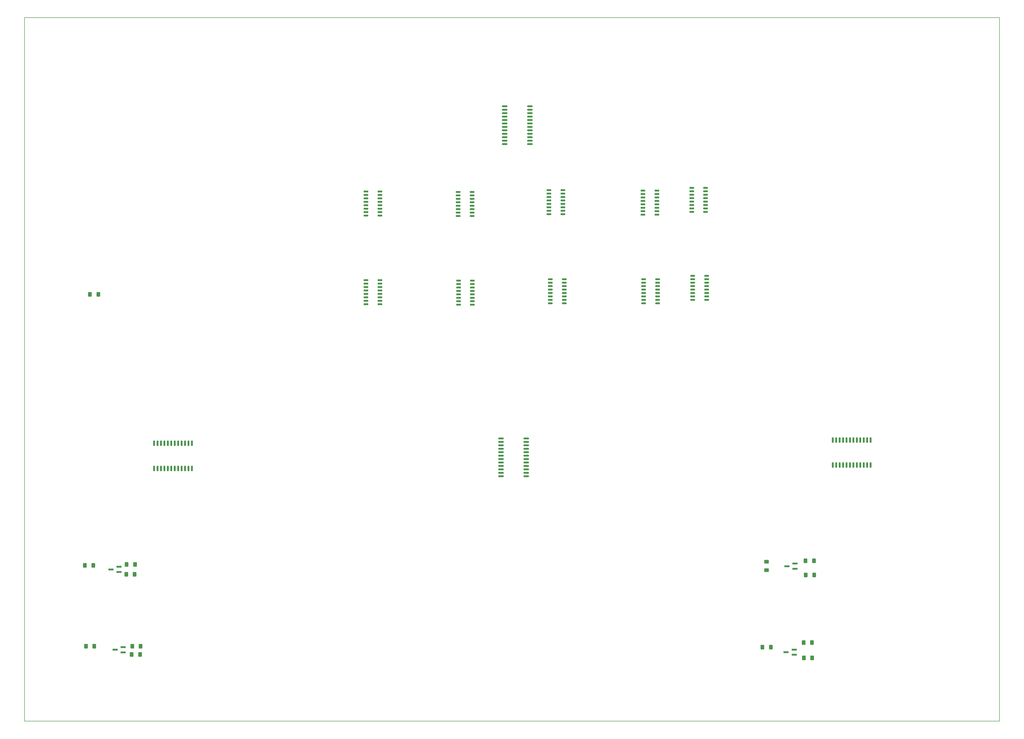
<source format=gbr>
%TF.GenerationSoftware,KiCad,Pcbnew,(5.99.0-11071-g7fde05e8ee)*%
%TF.CreationDate,2021-09-11T01:06:25+02:00*%
%TF.ProjectId,Mixduino,4d697864-7569-46e6-9f2e-6b696361645f,rev?*%
%TF.SameCoordinates,Original*%
%TF.FileFunction,Paste,Bot*%
%TF.FilePolarity,Positive*%
%FSLAX46Y46*%
G04 Gerber Fmt 4.6, Leading zero omitted, Abs format (unit mm)*
G04 Created by KiCad (PCBNEW (5.99.0-11071-g7fde05e8ee)) date 2021-09-11 01:06:25*
%MOMM*%
%LPD*%
G01*
G04 APERTURE LIST*
G04 Aperture macros list*
%AMRoundRect*
0 Rectangle with rounded corners*
0 $1 Rounding radius*
0 $2 $3 $4 $5 $6 $7 $8 $9 X,Y pos of 4 corners*
0 Add a 4 corners polygon primitive as box body*
4,1,4,$2,$3,$4,$5,$6,$7,$8,$9,$2,$3,0*
0 Add four circle primitives for the rounded corners*
1,1,$1+$1,$2,$3*
1,1,$1+$1,$4,$5*
1,1,$1+$1,$6,$7*
1,1,$1+$1,$8,$9*
0 Add four rect primitives between the rounded corners*
20,1,$1+$1,$2,$3,$4,$5,0*
20,1,$1+$1,$4,$5,$6,$7,0*
20,1,$1+$1,$6,$7,$8,$9,0*
20,1,$1+$1,$8,$9,$2,$3,0*%
G04 Aperture macros list end*
%TA.AperFunction,Profile*%
%ADD10C,0.150000*%
%TD*%
%ADD11RoundRect,0.250000X-0.400000X-0.625000X0.400000X-0.625000X0.400000X0.625000X-0.400000X0.625000X0*%
%ADD12R,1.900000X0.800000*%
%ADD13RoundRect,0.250000X0.400000X0.625000X-0.400000X0.625000X-0.400000X-0.625000X0.400000X-0.625000X0*%
%ADD14RoundRect,0.150000X0.150000X-0.875000X0.150000X0.875000X-0.150000X0.875000X-0.150000X-0.875000X0*%
%ADD15RoundRect,0.250000X0.625000X-0.400000X0.625000X0.400000X-0.625000X0.400000X-0.625000X-0.400000X0*%
%ADD16RoundRect,0.150000X-0.725000X-0.150000X0.725000X-0.150000X0.725000X0.150000X-0.725000X0.150000X0*%
%ADD17RoundRect,0.150000X0.875000X0.150000X-0.875000X0.150000X-0.875000X-0.150000X0.875000X-0.150000X0*%
G04 APERTURE END LIST*
D10*
X479000000Y-311000000D02*
X119000000Y-311000000D01*
X119000000Y-311000000D02*
X119000000Y-51000000D01*
X479000000Y-51000000D02*
X479000000Y-311000000D01*
X119000000Y-51000000D02*
X479000000Y-51000000D01*
D11*
%TO.C,R15*%
X158750000Y-283300000D03*
X161850000Y-283300000D03*
%TD*%
D12*
%TO.C,Q3*%
X403500000Y-252750000D03*
X403500000Y-254650000D03*
X400500000Y-253700000D03*
%TD*%
D13*
%TO.C,NPR1*%
X146250000Y-153240000D03*
X143150000Y-153240000D03*
%TD*%
D12*
%TO.C,Q2*%
X155400000Y-283650000D03*
X155400000Y-285550000D03*
X152400000Y-284600000D03*
%TD*%
D14*
%TO.C,IC-MPLEX-2*%
X431385000Y-216350000D03*
X430115000Y-216350000D03*
X428845000Y-216350000D03*
X427575000Y-216350000D03*
X426305000Y-216350000D03*
X425035000Y-216350000D03*
X423765000Y-216350000D03*
X422495000Y-216350000D03*
X421225000Y-216350000D03*
X419955000Y-216350000D03*
X418685000Y-216350000D03*
X417415000Y-216350000D03*
X417415000Y-207050000D03*
X418685000Y-207050000D03*
X419955000Y-207050000D03*
X421225000Y-207050000D03*
X422495000Y-207050000D03*
X423765000Y-207050000D03*
X425035000Y-207050000D03*
X426305000Y-207050000D03*
X427575000Y-207050000D03*
X428845000Y-207050000D03*
X430115000Y-207050000D03*
X431385000Y-207050000D03*
%TD*%
D15*
%TO.C,R22*%
X393000000Y-255150000D03*
X393000000Y-252050000D03*
%TD*%
D16*
%TO.C,U5*%
X313125000Y-156545000D03*
X313125000Y-155275000D03*
X313125000Y-154005000D03*
X313125000Y-152735000D03*
X313125000Y-151465000D03*
X313125000Y-150195000D03*
X313125000Y-148925000D03*
X313125000Y-147655000D03*
X318275000Y-147655000D03*
X318275000Y-148925000D03*
X318275000Y-150195000D03*
X318275000Y-151465000D03*
X318275000Y-152735000D03*
X318275000Y-154005000D03*
X318275000Y-155275000D03*
X318275000Y-156545000D03*
%TD*%
%TO.C,U1*%
X245025000Y-156845000D03*
X245025000Y-155575000D03*
X245025000Y-154305000D03*
X245025000Y-153035000D03*
X245025000Y-151765000D03*
X245025000Y-150495000D03*
X245025000Y-149225000D03*
X245025000Y-147955000D03*
X250175000Y-147955000D03*
X250175000Y-149225000D03*
X250175000Y-150495000D03*
X250175000Y-151765000D03*
X250175000Y-153035000D03*
X250175000Y-154305000D03*
X250175000Y-155575000D03*
X250175000Y-156845000D03*
%TD*%
%TO.C,U2*%
X245025000Y-124145000D03*
X245025000Y-122875000D03*
X245025000Y-121605000D03*
X245025000Y-120335000D03*
X245025000Y-119065000D03*
X245025000Y-117795000D03*
X245025000Y-116525000D03*
X245025000Y-115255000D03*
X250175000Y-115255000D03*
X250175000Y-116525000D03*
X250175000Y-117795000D03*
X250175000Y-119065000D03*
X250175000Y-120335000D03*
X250175000Y-121605000D03*
X250175000Y-122875000D03*
X250175000Y-124145000D03*
%TD*%
D11*
%TO.C,R14*%
X406650000Y-281900000D03*
X409750000Y-281900000D03*
%TD*%
D12*
%TO.C,Q4*%
X153900000Y-253950000D03*
X153900000Y-255850000D03*
X150900000Y-254900000D03*
%TD*%
D16*
%TO.C,U7*%
X347600000Y-156510000D03*
X347600000Y-155240000D03*
X347600000Y-153970000D03*
X347600000Y-152700000D03*
X347600000Y-151430000D03*
X347600000Y-150160000D03*
X347600000Y-148890000D03*
X347600000Y-147620000D03*
X352750000Y-147620000D03*
X352750000Y-148890000D03*
X352750000Y-150160000D03*
X352750000Y-151430000D03*
X352750000Y-152700000D03*
X352750000Y-153970000D03*
X352750000Y-155240000D03*
X352750000Y-156510000D03*
%TD*%
D13*
%TO.C,R18*%
X410550000Y-257000000D03*
X407450000Y-257000000D03*
%TD*%
%TO.C,R12*%
X409850000Y-287600000D03*
X406750000Y-287600000D03*
%TD*%
D16*
%TO.C,U9*%
X365725000Y-155245000D03*
X365725000Y-153975000D03*
X365725000Y-152705000D03*
X365725000Y-151435000D03*
X365725000Y-150165000D03*
X365725000Y-148895000D03*
X365725000Y-147625000D03*
X365725000Y-146355000D03*
X370875000Y-146355000D03*
X370875000Y-147625000D03*
X370875000Y-148895000D03*
X370875000Y-150165000D03*
X370875000Y-151435000D03*
X370875000Y-152705000D03*
X370875000Y-153975000D03*
X370875000Y-155245000D03*
%TD*%
D17*
%TO.C,IC-MPLEX-4*%
X304250000Y-206515000D03*
X304250000Y-207785000D03*
X304250000Y-209055000D03*
X304250000Y-210325000D03*
X304250000Y-211595000D03*
X304250000Y-212865000D03*
X304250000Y-214135000D03*
X304250000Y-215405000D03*
X304250000Y-216675000D03*
X304250000Y-217945000D03*
X304250000Y-219215000D03*
X304250000Y-220485000D03*
X294950000Y-220485000D03*
X294950000Y-219215000D03*
X294950000Y-217945000D03*
X294950000Y-216675000D03*
X294950000Y-215405000D03*
X294950000Y-214135000D03*
X294950000Y-212865000D03*
X294950000Y-211595000D03*
X294950000Y-210325000D03*
X294950000Y-209055000D03*
X294950000Y-207785000D03*
X294950000Y-206515000D03*
%TD*%
D13*
%TO.C,R19*%
X159650000Y-256700000D03*
X156550000Y-256700000D03*
%TD*%
D16*
%TO.C,U6*%
X312625000Y-123645000D03*
X312625000Y-122375000D03*
X312625000Y-121105000D03*
X312625000Y-119835000D03*
X312625000Y-118565000D03*
X312625000Y-117295000D03*
X312625000Y-116025000D03*
X312625000Y-114755000D03*
X317775000Y-114755000D03*
X317775000Y-116025000D03*
X317775000Y-117295000D03*
X317775000Y-118565000D03*
X317775000Y-119835000D03*
X317775000Y-121105000D03*
X317775000Y-122375000D03*
X317775000Y-123645000D03*
%TD*%
D11*
%TO.C,R17*%
X141650000Y-283300000D03*
X144750000Y-283300000D03*
%TD*%
D16*
%TO.C,U4*%
X279125000Y-124245000D03*
X279125000Y-122975000D03*
X279125000Y-121705000D03*
X279125000Y-120435000D03*
X279125000Y-119165000D03*
X279125000Y-117895000D03*
X279125000Y-116625000D03*
X279125000Y-115355000D03*
X284275000Y-115355000D03*
X284275000Y-116625000D03*
X284275000Y-117895000D03*
X284275000Y-119165000D03*
X284275000Y-120435000D03*
X284275000Y-121705000D03*
X284275000Y-122975000D03*
X284275000Y-124245000D03*
%TD*%
D12*
%TO.C,Q1*%
X403200000Y-284550000D03*
X403200000Y-286450000D03*
X400200000Y-285500000D03*
%TD*%
D17*
%TO.C,IC-MPLEX-1*%
X305550000Y-83715000D03*
X305550000Y-84985000D03*
X305550000Y-86255000D03*
X305550000Y-87525000D03*
X305550000Y-88795000D03*
X305550000Y-90065000D03*
X305550000Y-91335000D03*
X305550000Y-92605000D03*
X305550000Y-93875000D03*
X305550000Y-95145000D03*
X305550000Y-96415000D03*
X305550000Y-97685000D03*
X296250000Y-97685000D03*
X296250000Y-96415000D03*
X296250000Y-95145000D03*
X296250000Y-93875000D03*
X296250000Y-92605000D03*
X296250000Y-91335000D03*
X296250000Y-90065000D03*
X296250000Y-88795000D03*
X296250000Y-87525000D03*
X296250000Y-86255000D03*
X296250000Y-84985000D03*
X296250000Y-83715000D03*
%TD*%
D11*
%TO.C,R21*%
X156650000Y-253100000D03*
X159750000Y-253100000D03*
%TD*%
%TO.C,R20*%
X407350000Y-251700000D03*
X410450000Y-251700000D03*
%TD*%
D16*
%TO.C,U10*%
X365325000Y-122745000D03*
X365325000Y-121475000D03*
X365325000Y-120205000D03*
X365325000Y-118935000D03*
X365325000Y-117665000D03*
X365325000Y-116395000D03*
X365325000Y-115125000D03*
X365325000Y-113855000D03*
X370475000Y-113855000D03*
X370475000Y-115125000D03*
X370475000Y-116395000D03*
X370475000Y-117665000D03*
X370475000Y-118935000D03*
X370475000Y-120205000D03*
X370475000Y-121475000D03*
X370475000Y-122745000D03*
%TD*%
%TO.C,U8*%
X347325000Y-123745000D03*
X347325000Y-122475000D03*
X347325000Y-121205000D03*
X347325000Y-119935000D03*
X347325000Y-118665000D03*
X347325000Y-117395000D03*
X347325000Y-116125000D03*
X347325000Y-114855000D03*
X352475000Y-114855000D03*
X352475000Y-116125000D03*
X352475000Y-117395000D03*
X352475000Y-118665000D03*
X352475000Y-119935000D03*
X352475000Y-121205000D03*
X352475000Y-122475000D03*
X352475000Y-123745000D03*
%TD*%
D14*
%TO.C,IC-MPLEX-3*%
X180785000Y-217550000D03*
X179515000Y-217550000D03*
X178245000Y-217550000D03*
X176975000Y-217550000D03*
X175705000Y-217550000D03*
X174435000Y-217550000D03*
X173165000Y-217550000D03*
X171895000Y-217550000D03*
X170625000Y-217550000D03*
X169355000Y-217550000D03*
X168085000Y-217550000D03*
X166815000Y-217550000D03*
X166815000Y-208250000D03*
X168085000Y-208250000D03*
X169355000Y-208250000D03*
X170625000Y-208250000D03*
X171895000Y-208250000D03*
X173165000Y-208250000D03*
X174435000Y-208250000D03*
X175705000Y-208250000D03*
X176975000Y-208250000D03*
X178245000Y-208250000D03*
X179515000Y-208250000D03*
X180785000Y-208250000D03*
%TD*%
D11*
%TO.C,R23*%
X141250000Y-253400000D03*
X144350000Y-253400000D03*
%TD*%
D13*
%TO.C,R13*%
X161650000Y-286300000D03*
X158550000Y-286300000D03*
%TD*%
D16*
%TO.C,U3*%
X279225000Y-157045000D03*
X279225000Y-155775000D03*
X279225000Y-154505000D03*
X279225000Y-153235000D03*
X279225000Y-151965000D03*
X279225000Y-150695000D03*
X279225000Y-149425000D03*
X279225000Y-148155000D03*
X284375000Y-148155000D03*
X284375000Y-149425000D03*
X284375000Y-150695000D03*
X284375000Y-151965000D03*
X284375000Y-153235000D03*
X284375000Y-154505000D03*
X284375000Y-155775000D03*
X284375000Y-157045000D03*
%TD*%
D13*
%TO.C,R16*%
X394550000Y-283600000D03*
X391450000Y-283600000D03*
%TD*%
M02*

</source>
